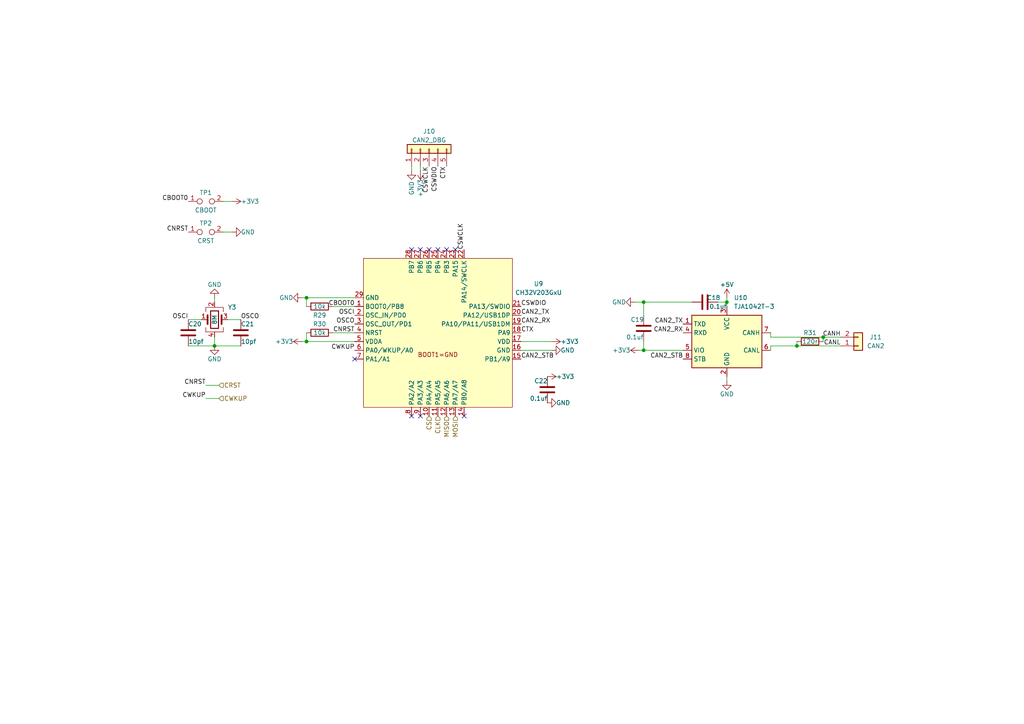
<source format=kicad_sch>
(kicad_sch (version 20211123) (generator eeschema)
  (paper "A4")
  (lib_symbols
    (symbol "Connector:TestPoint_2Pole" (pin_names (offset 0.762) hide)
      (property "Reference" "TP" (at 0 1.524 0))
      (property "Value" "TestPoint_2Pole" (at 0 -1.778 0))
      (symbol "TestPoint_2Pole_0_1"
        (circle (center -1.778 0) (radius 0.762))
        (circle (center 1.778 0) (radius 0.762))
        (pin passive line (at -5.08 0 0) (length 2.54) (name "1") (number "1"))
        (pin passive line (at 5.08 0 180) (length 2.54) (name "2") (number "2"))
      )
    )
    (symbol "Connector_Generic:Conn_01x02" (pin_names (offset 1.016) hide)
      (property "Reference" "J" (at 0 2.54 0))
      (property "Value" "Conn_01x02" (at 0 -5.08 0))
      (symbol "Conn_01x02_1_1"
        (rectangle (start -1.27 -2.413) (end 0 -2.667) (stroke (width 0.1524)))
        (rectangle (start -1.27 0.127) (end 0 -0.127) (stroke (width 0.1524)))
        (rectangle (start -1.27 1.27) (end 1.27 -3.81) (stroke (width 0.254)) (fill (type background)))
        (pin passive line (at -5.08 0 0) (length 3.81) (name "Pin_1") (number "1"))
        (pin passive line (at -5.08 -2.54 0) (length 3.81) (name "Pin_2") (number "2"))
      )
    )
    (symbol "Connector_Generic:Conn_01x05" (pin_names (offset 1.016) hide)
      (property "Reference" "J" (at 0 7.62 0))
      (property "Value" "Conn_01x05" (at 0 -7.62 0))
      (symbol "Conn_01x05_1_1"
        (rectangle (start -1.27 -4.953) (end 0 -5.207) (stroke (width 0.1524)))
        (rectangle (start -1.27 -2.413) (end 0 -2.667) (stroke (width 0.1524)))
        (rectangle (start -1.27 0.127) (end 0 -0.127) (stroke (width 0.1524)))
        (rectangle (start -1.27 2.667) (end 0 2.413) (stroke (width 0.1524)))
        (rectangle (start -1.27 5.207) (end 0 4.953) (stroke (width 0.1524)))
        (rectangle (start -1.27 6.35) (end 1.27 -6.35) (stroke (width 0.254)) (fill (type background)))
        (pin passive line (at -5.08 5.08 0) (length 3.81) (name "Pin_1") (number "1"))
        (pin passive line (at -5.08 2.54 0) (length 3.81) (name "Pin_2") (number "2"))
        (pin passive line (at -5.08 0 0) (length 3.81) (name "Pin_3") (number "3"))
        (pin passive line (at -5.08 -2.54 0) (length 3.81) (name "Pin_4") (number "4"))
        (pin passive line (at -5.08 -5.08 0) (length 3.81) (name "Pin_5") (number "5"))
      )
    )
    (symbol "Device:C" (pin_numbers hide) (pin_names (offset 0.254))
      (property "Reference" "C" (at 0.635 2.54 0))
      (property "Value" "C" (at 0.635 -2.54 0))
      (symbol "C_0_1"
        (polyline (pts (xy -2.032 -0.762) (xy 2.032 -0.762)) (stroke (width 0.508)))
        (polyline (pts (xy -2.032 0.762) (xy 2.032 0.762)) (stroke (width 0.508)))
      )
      (symbol "C_1_1"
        (pin passive line (at 0 3.81 270) (length 2.794) (name "~") (number "1"))
        (pin passive line (at 0 -3.81 90) (length 2.794) (name "~") (number "2"))
      )
    )
    (symbol "Device:Crystal_GND24" (pin_names (offset 1.016) hide)
      (property "Reference" "Y" (at 3.175 5.08 0))
      (property "Value" "Crystal_GND24" (at 3.175 3.175 0))
      (symbol "Crystal_GND24_0_1"
        (rectangle (start -1.143 2.54) (end 1.143 -2.54) (stroke (width 0.3048)))
        (polyline (pts (xy -2.54 0) (xy -2.032 0)))
        (polyline (pts (xy -2.032 -1.27) (xy -2.032 1.27)) (stroke (width 0.508)))
        (polyline (pts (xy 0 -3.81) (xy 0 -3.556)))
        (polyline (pts (xy 0 3.556) (xy 0 3.81)))
        (polyline (pts (xy 2.032 -1.27) (xy 2.032 1.27)) (stroke (width 0.508)))
        (polyline (pts (xy 2.032 0) (xy 2.54 0)))
        (polyline (pts (xy -2.54 -2.286) (xy -2.54 -3.556) (xy 2.54 -3.556) (xy 2.54 -2.286)))
        (polyline (pts (xy -2.54 2.286) (xy -2.54 3.556) (xy 2.54 3.556) (xy 2.54 2.286)))
      )
      (symbol "Crystal_GND24_1_1"
        (pin passive line (at -3.81 0 0) (length 1.27) (name "1") (number "1"))
        (pin passive line (at 0 5.08 270) (length 1.27) (name "2") (number "2"))
        (pin passive line (at 3.81 0 180) (length 1.27) (name "3") (number "3"))
        (pin passive line (at 0 -5.08 90) (length 1.27) (name "4") (number "4"))
      )
    )
    (symbol "Device:R" (pin_numbers hide) (pin_names (offset 0))
      (property "Reference" "R" (at 2.032 0 90))
      (property "Value" "R" (at 0 0 90))
      (symbol "R_0_1"
        (rectangle (start -1.016 -2.54) (end 1.016 2.54) (stroke (width 0.254)))
      )
      (symbol "R_1_1"
        (pin passive line (at 0 3.81 270) (length 1.27) (name "~") (number "1"))
        (pin passive line (at 0 -3.81 90) (length 1.27) (name "~") (number "2"))
      )
    )
    (symbol "Interface_CAN_LIN:TJA1042T-3"
      (property "Reference" "U" (at -10.16 8.89 0))
      (property "Value" "TJA1042T-3" (at 1.27 8.89 0))
      (symbol "TJA1042T-3_0_1"
        (rectangle (start -10.16 7.62) (end 10.16 -7.62) (stroke (width 0.254)) (fill (type background)))
      )
      (symbol "TJA1042T-3_1_1"
        (pin input line (at -12.7 5.08 0) (length 2.54) (name "TXD") (number "1"))
        (pin power_in line (at 0 -10.16 90) (length 2.54) (name "GND") (number "2"))
        (pin power_in line (at 0 10.16 270) (length 2.54) (name "VCC") (number "3"))
        (pin output line (at -12.7 2.54 0) (length 2.54) (name "RXD") (number "4"))
        (pin power_in line (at -12.7 -2.54 0) (length 2.54) (name "VIO") (number "5"))
        (pin bidirectional line (at 12.7 -2.54 180) (length 2.54) (name "CANL") (number "6"))
        (pin bidirectional line (at 12.7 2.54 180) (length 2.54) (name "CANH") (number "7"))
        (pin input line (at -12.7 -5.08 0) (length 2.54) (name "STB") (number "8"))
      )
    )
    (symbol "WCH:CH32V203GxU"
      (property "Reference" "U" (at -20.32 22.86 0))
      (property "Value" "CH32V203GxU" (at 15.24 22.86 0))
      (symbol "CH32V203GxU_0_0"
        (text "BOOT1=GND" (at 0 -6.35 0) (effects (font (size 1.27 1.27))))
      )
      (symbol "CH32V203GxU_0_1"
        (rectangle (start -21.59 21.59) (end 21.59 -21.59) (fill (type background)))
      )
      (symbol "CH32V203GxU_1_1"
        (pin bidirectional line (at -24.13 7.62 0) (length 2.54) (name "BOOT0/PB8") (number "1"))
        (pin bidirectional line (at -2.54 -24.13 90) (length 2.54) (name "PA4/A4") (number "10"))
        (pin bidirectional line (at 0 -24.13 90) (length 2.54) (name "PA5/A5") (number "11"))
        (pin bidirectional line (at 2.54 -24.13 90) (length 2.54) (name "PA6/A6") (number "12"))
        (pin bidirectional line (at 5.08 -24.13 90) (length 2.54) (name "PA7/A7") (number "13"))
        (pin bidirectional line (at 7.62 -24.13 90) (length 2.54) (name "PB0/A8") (number "14"))
        (pin bidirectional line (at 24.13 -7.62 180) (length 2.54) (name "PB1/A9") (number "15"))
        (pin power_in line (at 24.13 -5.08 180) (length 2.54) (name "GND") (number "16"))
        (pin power_in line (at 24.13 -2.54 180) (length 2.54) (name "VDD") (number "17"))
        (pin bidirectional line (at 24.13 0 180) (length 2.54) (name "PA9") (number "18"))
        (pin bidirectional line (at 24.13 2.54 180) (length 2.54) (name "PA10/PA11/USB1DM") (number "19"))
        (pin bidirectional line (at -24.13 5.08 0) (length 2.54) (name "OSC_IN/PD0") (number "2"))
        (pin bidirectional line (at 24.13 5.08 180) (length 2.54) (name "PA12/USB1DP") (number "20"))
        (pin bidirectional line (at 24.13 7.62 180) (length 2.54) (name "PA13/SWDIO") (number "21"))
        (pin bidirectional line (at 7.62 24.13 270) (length 2.54) (name "PA14/SWCLK") (number "22"))
        (pin bidirectional line (at 5.08 24.13 270) (length 2.54) (name "PA15") (number "23"))
        (pin bidirectional line (at 2.54 24.13 270) (length 2.54) (name "PB3") (number "24"))
        (pin bidirectional line (at 0 24.13 270) (length 2.54) (name "PB4") (number "25"))
        (pin bidirectional line (at -2.54 24.13 270) (length 2.54) (name "PB5") (number "26"))
        (pin bidirectional line (at -5.08 24.13 270) (length 2.54) (name "PB6") (number "27"))
        (pin bidirectional line (at -7.62 24.13 270) (length 2.54) (name "PB7") (number "28"))
        (pin power_in line (at -24.13 10.16 0) (length 2.54) (name "GND") (number "29"))
        (pin bidirectional line (at -24.13 2.54 0) (length 2.54) (name "OSC_OUT/PD1") (number "3"))
        (pin bidirectional line (at -24.13 0 0) (length 2.54) (name "NRST") (number "4"))
        (pin power_in line (at -24.13 -2.54 0) (length 2.54) (name "VDDA") (number "5"))
        (pin bidirectional line (at -24.13 -5.08 0) (length 2.54) (name "PA0/WKUP/A0") (number "6"))
        (pin bidirectional line (at -24.13 -7.62 0) (length 2.54) (name "PA1/A1") (number "7"))
        (pin bidirectional line (at -7.62 -24.13 90) (length 2.54) (name "PA2/A2") (number "8"))
        (pin bidirectional line (at -5.08 -24.13 90) (length 2.54) (name "PA3/A3") (number "9"))
      )
    )
    (symbol "power:+3V3" (power) (pin_names (offset 0))
      (property "Value" "+3V3" (at 0 3.556 0))
      (symbol "+3V3_0_1"
        (polyline (pts (xy -0.762 1.27) (xy 0 2.54)))
        (polyline (pts (xy 0 0) (xy 0 2.54)))
        (polyline (pts (xy 0 2.54) (xy 0.762 1.27)))
      )
      (symbol "+3V3_1_1"
        (pin power_in line (at 0 0 90) (length 0) hide (name "+3V3") (number "1"))
      )
    )
    (symbol "power:+5V" (power) (pin_names (offset 0))
      (property "Value" "+5V" (at 0 3.556 0))
      (symbol "+5V_0_1"
        (polyline (pts (xy -0.762 1.27) (xy 0 2.54)))
        (polyline (pts (xy 0 0) (xy 0 2.54)))
        (polyline (pts (xy 0 2.54) (xy 0.762 1.27)))
      )
      (symbol "+5V_1_1"
        (pin power_in line (at 0 0 90) (length 0) hide (name "+5V") (number "1"))
      )
    )
    (symbol "power:GND" (power) (pin_names (offset 0))
      (property "Value" "GND" (at 0 -3.81 0))
      (symbol "GND_0_1"
        (polyline (pts (xy 0 0) (xy 0 -1.27) (xy 1.27 -1.27) (xy 0 -2.54) (xy -1.27 -1.27) (xy 0 -1.27)))
      )
      (symbol "GND_1_1"
        (pin power_in line (at 0 0 270) (length 0) hide (name "GND") (number "1"))
      )
    )
  )
  (junction (at 62.23 100.33))
  (junction (at 88.9 99.06))
  (junction (at 231.14 100.33))
  (junction (at 238.76 97.79))
  (junction (at 88.9 86.36))
  (junction (at 186.69 87.63))
  (junction (at 210.82 87.63))
  (junction (at 186.69 101.6))
  (no_connect (at 124.46 72.39))
  (no_connect (at 121.92 120.65))
  (no_connect (at 119.38 120.65))
  (no_connect (at 121.92 72.39))
  (no_connect (at 129.54 72.39))
  (no_connect (at 134.62 120.65))
  (no_connect (at 132.08 72.39))
  (no_connect (at 102.87 104.14))
  (no_connect (at 119.38 72.39))
  (no_connect (at 127 72.39))
  (wire (pts (xy 231.14 99.06) (xy 231.14 100.33)))
  (wire (pts (xy 62.23 86.36) (xy 62.23 87.63)))
  (wire (pts (xy 231.14 100.33) (xy 223.52 100.33)))
  (wire (pts (xy 59.69 115.57) (xy 63.5 115.57)))
  (wire (pts (xy 151.13 101.6) (xy 160.02 101.6)))
  (wire (pts (xy 151.13 99.06) (xy 160.02 99.06)))
  (wire (pts (xy 186.69 99.06) (xy 186.69 101.6)))
  (wire (pts (xy 88.9 96.52) (xy 88.9 99.06)))
  (wire (pts (xy 62.23 100.33) (xy 69.85 100.33)))
  (wire (pts (xy 210.82 87.63) (xy 210.82 88.9)))
  (wire (pts (xy 96.52 88.9) (xy 102.87 88.9)))
  (wire (pts (xy 223.52 100.33) (xy 223.52 101.6)))
  (wire (pts (xy 66.04 92.71) (xy 69.85 92.71)))
  (wire (pts (xy 87.63 86.36) (xy 88.9 86.36)))
  (wire (pts (xy 238.76 97.79) (xy 223.52 97.79)))
  (wire (pts (xy 121.92 48.26) (xy 121.92 49.53)))
  (wire (pts (xy 119.38 48.26) (xy 119.38 49.53)))
  (wire (pts (xy 62.23 97.79) (xy 62.23 100.33)))
  (wire (pts (xy 88.9 86.36) (xy 88.9 88.9)))
  (wire (pts (xy 186.69 101.6) (xy 198.12 101.6)))
  (wire (pts (xy 208.28 87.63) (xy 210.82 87.63)))
  (wire (pts (xy 64.77 67.31) (xy 67.31 67.31)))
  (wire (pts (xy 88.9 86.36) (xy 102.87 86.36)))
  (wire (pts (xy 59.69 111.76) (xy 63.5 111.76)))
  (wire (pts (xy 186.69 87.63) (xy 186.69 91.44)))
  (wire (pts (xy 185.42 101.6) (xy 186.69 101.6)))
  (wire (pts (xy 96.52 96.52) (xy 102.87 96.52)))
  (wire (pts (xy 87.63 99.06) (xy 88.9 99.06)))
  (wire (pts (xy 54.61 92.71) (xy 58.42 92.71)))
  (wire (pts (xy 223.52 97.79) (xy 223.52 96.52)))
  (wire (pts (xy 238.76 97.79) (xy 238.76 99.06)))
  (wire (pts (xy 186.69 87.63) (xy 200.66 87.63)))
  (wire (pts (xy 243.84 100.33) (xy 231.14 100.33)))
  (wire (pts (xy 243.84 97.79) (xy 238.76 97.79)))
  (wire (pts (xy 210.82 109.22) (xy 210.82 110.49)))
  (wire (pts (xy 62.23 100.33) (xy 54.61 100.33)))
  (wire (pts (xy 64.77 58.42) (xy 67.31 58.42)))
  (wire (pts (xy 184.15 87.63) (xy 186.69 87.63)))
  (wire (pts (xy 88.9 99.06) (xy 102.87 99.06)))
  (wire (pts (xy 210.82 86.36) (xy 210.82 87.63)))
  (label "OSCO" (at 69.85 92.71 0))
  (label "CNRST" (at 54.61 67.31 180))
  (label "CBOOT0" (at 102.87 88.9 180))
  (label "CANH" (at 243.84 97.79 180))
  (label "CAN2_STB" (at 198.12 104.14 180))
  (label "CANL" (at 243.84 100.33 180))
  (label "CSWCLK" (at 124.46 48.26 270))
  (label "CAN2_RX" (at 151.13 93.98 0))
  (label "OSCI" (at 102.87 91.44 180))
  (label "CSWDIO" (at 127 48.26 270))
  (label "CWKUP" (at 59.69 115.57 180))
  (label "CWKUP" (at 102.87 101.6 180))
  (label "CSWCLK" (at 134.62 72.39 90))
  (label "CNRST" (at 102.87 96.52 180))
  (label "CAN2_RX" (at 198.12 96.52 180))
  (label "OSCO" (at 102.87 93.98 180))
  (label "CAN2_TX" (at 198.12 93.98 180))
  (label "CTX" (at 151.13 96.52 0))
  (label "OSCI" (at 54.61 92.71 180))
  (label "CAN2_STB" (at 151.13 104.14 0))
  (label "CTX" (at 129.54 48.26 270))
  (label "CBOOT0" (at 54.61 58.42 180))
  (label "CSWDIO" (at 151.13 88.9 0))
  (label "CNRST" (at 59.69 111.76 180))
  (label "CAN2_TX" (at 151.13 91.44 0))
  (hierarchical_label "CRST" (shape input) (at 63.5 111.76 0))
  (hierarchical_label "CLK" (shape input) (at 127 120.65 270))
  (hierarchical_label "CS" (shape input) (at 124.46 120.65 270))
  (hierarchical_label "MISO" (shape input) (at 129.54 120.65 270))
  (hierarchical_label "MOSI" (shape input) (at 132.08 120.65 270))
  (hierarchical_label "CWKUP" (shape input) (at 63.5 115.57 0))
  (symbol (lib_id "Connector:TestPoint_2Pole") (at 59.69 67.31 0) (unit 1)
    (property "Reference" "TP2" (at 59.69 64.77 0))
    (property "Value" "CRST" (at 59.69 69.85 0))
    (property "Footprint" "Jumper:SolderJumper-2_P1.3mm_Open_TrianglePad1.0x1.5mm" (effects hide))
  )
  (symbol (lib_id "power:+3V3") (at 67.31 58.42 270) (unit 1)
    (property "Reference" "#PWR061" (effects hide))
    (property "Value" "+3V3" (at 69.85 58.42 90) (effects (justify left)))
  )
  (symbol (lib_id "power:GND") (at 160.02 101.6 90) (unit 1)
    (property "Reference" "#PWR070" (effects hide))
    (property "Value" "GND" (at 162.56 101.6 90) (effects (justify right)))
  )
  (symbol (lib_id "power:GND") (at 158.75 116.84 90) (unit 1)
    (property "Reference" "#PWR074" (effects hide))
    (property "Value" "GND" (at 161.29 116.84 90) (effects (justify right)))
  )
  (symbol (lib_id "Device:R") (at 92.71 88.9 90) (unit 1)
    (property "Reference" "R29" (at 92.71 91.44 90))
    (property "Value" "10k" (at 92.71 88.9 90))
    (property "Footprint" "Resistor_SMD:R_0402_1005Metric" (effects hide))
  )
  (symbol (lib_id "Device:C") (at 54.61 96.52 0) (unit 1)
    (property "Reference" "C20" (at 54.61 93.98 0) (effects (justify left)))
    (property "Value" "10pf" (at 54.61 99.06 0) (effects (justify left)))
    (property "Footprint" "Capacitor_SMD:C_0402_1005Metric" (effects hide))
  )
  (symbol (lib_id "Device:C") (at 186.69 95.25 0) (unit 1)
    (property "Reference" "C19" (at 182.88 92.71 0) (effects (justify left)))
    (property "Value" "0.1uf" (at 181.61 97.79 0) (effects (justify left)))
    (property "Footprint" "Capacitor_SMD:C_0402_1005Metric" (effects hide))
  )
  (symbol (lib_id "Device:C") (at 204.47 87.63 90) (unit 1)
    (property "Reference" "C18" (at 207.01 86.36 90))
    (property "Value" "0.1uf" (at 208.28 88.9 90))
    (property "Footprint" "Capacitor_SMD:C_0402_1005Metric" (effects hide))
  )
  (symbol (lib_id "Device:C") (at 158.75 113.03 0) (unit 1)
    (property "Reference" "C22" (at 154.94 110.49 0) (effects (justify left)))
    (property "Value" "0.1uf" (at 153.67 115.57 0) (effects (justify left)))
    (property "Footprint" "Capacitor_SMD:C_0402_1005Metric" (effects hide))
  )
  (symbol (lib_id "power:+3V3") (at 185.42 101.6 90) (unit 1)
    (property "Reference" "#PWR071" (effects hide))
    (property "Value" "+3V3" (at 182.88 101.6 90) (effects (justify left)))
  )
  (symbol (lib_id "power:GND") (at 87.63 86.36 270) (unit 1)
    (property "Reference" "#PWR064" (effects hide))
    (property "Value" "GND" (at 85.09 86.36 90) (effects (justify right)))
  )
  (symbol (lib_id "power:+3V3") (at 121.92 49.53 180) (unit 1)
    (property "Reference" "#PWR060" (effects hide))
    (property "Value" "+3V3" (at 121.92 54.61 90))
  )
  (symbol (lib_id "Connector:TestPoint_2Pole") (at 59.69 58.42 0) (unit 1)
    (property "Reference" "TP1" (at 59.69 55.88 0))
    (property "Value" "CBOOT" (at 59.69 60.96 0))
    (property "Footprint" "Jumper:SolderJumper-2_P1.3mm_Open_TrianglePad1.0x1.5mm" (effects hide))
  )
  (symbol (lib_id "power:GND") (at 62.23 86.36 180) (unit 1)
    (property "Reference" "#PWR063" (effects hide))
    (property "Value" "GND" (at 62.23 82.55 0))
  )
  (symbol (lib_id "Device:R") (at 234.95 99.06 90) (unit 1)
    (property "Reference" "R31" (at 234.95 96.52 90))
    (property "Value" "120r" (at 234.95 99.06 90))
    (property "Footprint" "Resistor_SMD:R_0603_1608Metric" (effects hide))
  )
  (symbol (lib_id "power:GND") (at 119.38 49.53 0) (unit 1)
    (property "Reference" "#PWR059" (effects hide))
    (property "Value" "GND" (at 119.38 54.61 90))
  )
  (symbol (lib_id "Device:C") (at 69.85 96.52 0) (unit 1)
    (property "Reference" "C21" (at 69.85 93.98 0) (effects (justify left)))
    (property "Value" "10pf" (at 69.85 99.06 0) (effects (justify left)))
    (property "Footprint" "Capacitor_SMD:C_0402_1005Metric" (effects hide))
  )
  (symbol (lib_id "power:+3V3") (at 158.75 109.22 270) (unit 1)
    (property "Reference" "#PWR072" (effects hide))
    (property "Value" "+3V3" (at 161.29 109.22 90) (effects (justify left)))
  )
  (symbol (lib_id "power:+5V") (at 210.82 86.36 0) (unit 1)
    (property "Reference" "#PWR065" (effects hide))
    (property "Value" "+5V" (at 210.82 82.55 0))
  )
  (symbol (lib_id "Device:Crystal_GND24") (at 62.23 92.71 0) (unit 1)
    (property "Reference" "Y3" (at 67.31 89.1286 0))
    (property "Value" "8M" (at 62.23 92.71 90))
    (property "Footprint" "Crystal:Crystal_SMD_3225-4Pin_3.2x2.5mm" (effects hide))
  )
  (symbol (lib_id "Device:R") (at 92.71 96.52 90) (unit 1)
    (property "Reference" "R30" (at 92.71 93.98 90))
    (property "Value" "10k" (at 92.71 96.52 90))
    (property "Footprint" "Resistor_SMD:R_0402_1005Metric" (effects hide))
  )
  (symbol (lib_id "power:GND") (at 184.15 87.63 270) (unit 1)
    (property "Reference" "#PWR066" (effects hide))
    (property "Value" "GND" (at 181.61 87.63 90) (effects (justify right)))
  )
  (symbol (lib_id "power:GND") (at 210.82 110.49 0) (unit 1)
    (property "Reference" "#PWR073" (effects hide))
    (property "Value" "GND" (at 210.82 114.3 0))
  )
  (symbol (lib_id "power:GND") (at 67.31 67.31 90) (unit 1)
    (property "Reference" "#PWR062" (effects hide))
    (property "Value" "GND" (at 69.85 67.31 90) (effects (justify right)))
  )
  (symbol (lib_id "power:+3V3") (at 87.63 99.06 90) (unit 1)
    (property "Reference" "#PWR067" (effects hide))
    (property "Value" "+3V3" (at 85.09 99.06 90) (effects (justify left)))
  )
  (symbol (lib_id "Connector_Generic:Conn_01x02") (at 248.92 100.33 0) (mirror x) (unit 1)
    (property "Reference" "J11" (at 254 97.79 0))
    (property "Value" "CAN2" (at 254 100.33 0))
    (property "Footprint" "Connector_Phoenix_MC_HighVoltage:PhoenixContact_MC_1,5_2-G-5.08_1x02_P5.08mm_Horizontal" (effects hide))
  )
  (symbol (lib_id "Connector_Generic:Conn_01x05") (at 124.46 43.18 90) (unit 1)
    (property "Reference" "J10" (at 124.46 38.1 90))
    (property "Value" "CAN2_DBG" (at 124.46 40.64 90))
    (property "Footprint" "Connector_PinHeader_2.54mm:PinHeader_1x05_P2.54mm_Vertical" (effects hide))
  )
  (symbol (lib_id "power:+3V3") (at 160.02 99.06 270) (unit 1)
    (property "Reference" "#PWR068" (effects hide))
    (property "Value" "+3V3" (at 162.56 99.06 90) (effects (justify left)))
  )
  (symbol (lib_id "power:GND") (at 62.23 100.33 0) (unit 1)
    (property "Reference" "#PWR069" (effects hide))
    (property "Value" "GND" (at 62.23 104.14 0))
  )
  (symbol (lib_id "Interface_CAN_LIN:TJA1042T-3") (at 210.82 99.06 0) (unit 1)
    (property "Reference" "U10" (at 212.8394 86.36 0) (effects (justify left)))
    (property "Value" "TJA1042T-3" (at 212.8394 88.9 0) (effects (justify left)))
    (property "Footprint" "Package_SO:SOIC-8_3.9x4.9mm_P1.27mm" (effects hide))
    (property "Datasheet" "http://www.nxp.com/documents/data_sheet/TJA1042.pdf" (effects hide))
  )
  (symbol (lib_id "WCH:CH32V203GxU") (at 127 96.52 0) (unit 1)
    (property "Reference" "U9" (at 156.21 82.3212 0))
    (property "Value" "CH32V203GxU" (at 156.21 84.8612 0))
    (property "Footprint" "Package_DFN_QFN:QFN-28-1EP_4x4mm_P0.4mm_EP2.6x2.6mm" (effects hide))
  )
)
</source>
